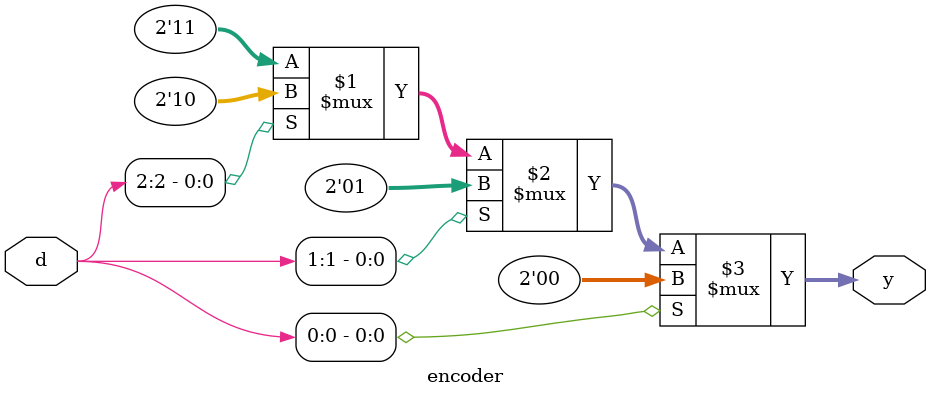
<source format=v>
module encoder(d,y);
input [3:0] d;
output [1:0]y;
assign y = (d[0]) ? 2'b00:
           (d[1]) ? 2'b01:
           (d[2]) ? 2'b10:
                    2'b11;
endmodule

</source>
